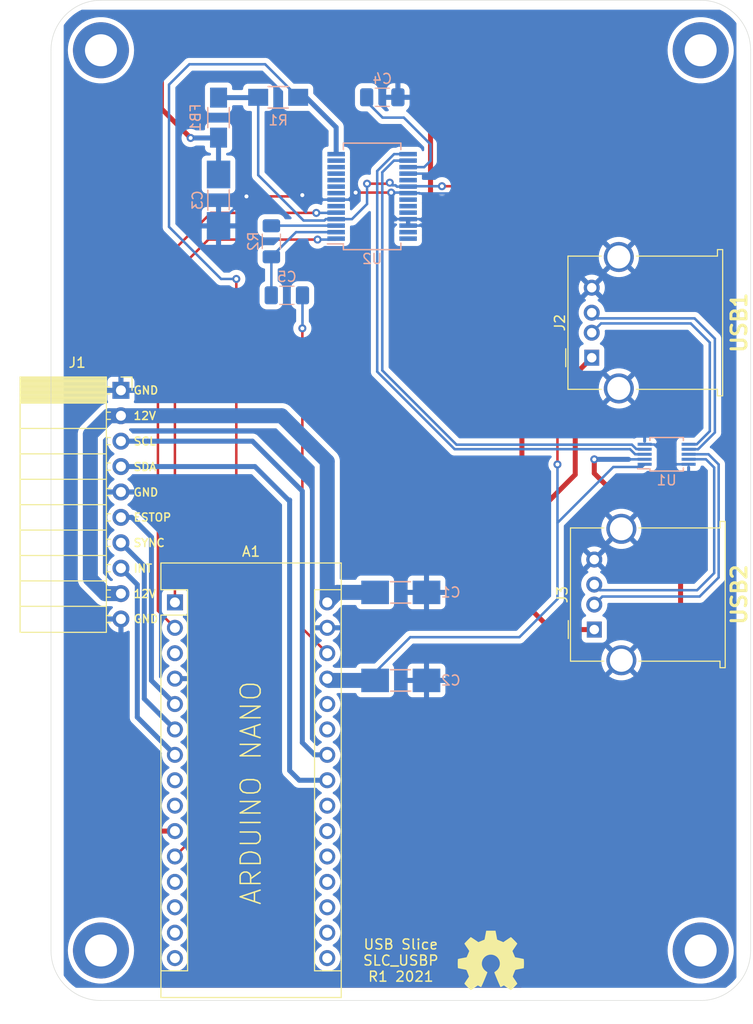
<source format=kicad_pcb>
(kicad_pcb (version 20211014) (generator pcbnew)
  (layers (0 "F.Cu" signal) (31 "B.Cu" signal) (34 "B.Paste" user) (35 "F.Paste" user) (36 "B.SilkS" user "B.Silkscreen") (37 "F.SilkS" user "F.Silkscreen") (38 "B.Mask" user) (39 "F.Mask" user) (44 "Edge.Cuts" user))
  (net 0 "")
  (net 4 "GND")
  (net 6 "+5V")
  (net 9 "/I2C_CLK")
  (net 10 "/I2C_DAT")
  (net 11 "/SYNC")
  (net 12 "/E_STOP")
  (net 16 "+12V")
  (net 17 "/INT")
  (net 20 "/RT")
  (net 21 "/TR")
  (net 27 "/RESET")
  (net 28 "/SEL")
  (net 29 "Net-(C4-Pad2)")
  (net 30 "Net-(J2-Pad3)")
  (net 31 "Net-(J2-Pad2)")
  (net 32 "Net-(J3-Pad3)")
  (net 33 "Net-(J3-Pad2)")
  (net 34 "/D-")
  (net 35 "/D+")
  (net 36 "Net-(U2-Pad3)")
  (net 40 "unconnected-(U2-Pad11)")
  (net 46 "Net-(U2-Pad2)")
  (net 47 "/PWREN")
  (net 48 "Net-(C3-Pad1)")
  (footprint "MountingHole:MountingHole_3.2mm_M3_DIN965_Pad" (layer "F.Cu") (at 127.6 44.8)
    (fp_text reference "H1" hide)
    (fp_text value "MountingHole")
    (pad "1" thru_hole circle locked (at 0 0) (size 5.6 5.6) (drill 3.2) (layers *.Cu *.Mask))
  )
  (footprint "MountingHole:MountingHole_3.2mm_M3_DIN965_Pad" (layer "F.Cu") (at 187.6 44.8)
    (fp_text reference "H2" hide)
    (fp_text value "MountingHole")
    (pad "1" thru_hole circle locked (at 0 0) (size 5.6 5.6) (drill 3.2) (layers *.Cu *.Mask))
  )
  (footprint "MountingHole:MountingHole_3.2mm_M3_DIN965_Pad" (layer "F.Cu") (at 127.6 134.8)
    (fp_text reference "H3" hide)
    (fp_text value "MountingHole")
    (pad "1" thru_hole circle locked (at 0 0) (size 5.6 5.6) (drill 3.2) (layers *.Cu *.Mask))
  )
  (footprint "MountingHole:MountingHole_3.2mm_M3_DIN965_Pad" (layer "F.Cu") (at 187.6 134.8)
    (fp_text reference "H4" hide)
    (fp_text value "MountingHole")
    (pad "1" thru_hole circle locked (at 0 0) (size 5.6 5.6) (drill 3.2) (layers *.Cu *.Mask))
  )
  (footprint "Module:Arduino_Nano" (layer "F.Cu") (at 135 100)
    (fp_text reference "A1" (at 7.62 -5.08) (layer "F.SilkS"))
    (fp_text value "Arduino_Nano_v3.x")
    (pad "1" thru_hole rect locked (at 0 0) (size 1.6 1.6) (drill 1) (layers *.Cu *.Mask) (net 21 "/TR"))
    (pad "2" thru_hole oval locked (at 0 2.54) (size 1.6 1.6) (drill 1) (layers *.Cu *.Mask) (net 20 "/RT"))
    (pad "3" thru_hole oval locked (at 0 5.08) (size 1.6 1.6) (drill 1) (layers *.Cu *.Mask))
    (pad "4" thru_hole oval locked (at 0 7.62) (size 1.6 1.6) (drill 1) (layers *.Cu *.Mask) (net 4 "GND"))
    (pad "5" thru_hole oval locked (at 0 10.16) (size 1.6 1.6) (drill 1) (layers *.Cu *.Mask) (net 12 "/E_STOP"))
    (pad "6" thru_hole oval locked (at 0 12.7) (size 1.6 1.6) (drill 1) (layers *.Cu *.Mask) (net 17 "/INT"))
    (pad "7" thru_hole oval locked (at 0 15.24) (size 1.6 1.6) (drill 1) (layers *.Cu *.Mask) (net 11 "/SYNC"))
    (pad "8" thru_hole oval locked (at 0 17.78) (size 1.6 1.6) (drill 1) (layers *.Cu *.Mask))
    (pad "9" thru_hole oval locked (at 0 20.32) (size 1.6 1.6) (drill 1) (layers *.Cu *.Mask))
    (pad "10" thru_hole oval locked (at 0 22.86) (size 1.6 1.6) (drill 1) (layers *.Cu *.Mask) (net 28 "/SEL"))
    (pad "11" thru_hole oval locked (at 0 25.4) (size 1.6 1.6) (drill 1) (layers *.Cu *.Mask) (net 47 "/PWREN"))
    (pad "12" thru_hole oval locked (at 0 27.94) (size 1.6 1.6) (drill 1) (layers *.Cu *.Mask))
    (pad "13" thru_hole oval locked (at 0 30.48) (size 1.6 1.6) (drill 1) (layers *.Cu *.Mask))
    (pad "14" thru_hole oval locked (at 0 33.02) (size 1.6 1.6) (drill 1) (layers *.Cu *.Mask))
    (pad "15" thru_hole oval locked (at 0 35.56) (size 1.6 1.6) (drill 1) (layers *.Cu *.Mask))
    (pad "16" thru_hole oval locked (at 15.24 35.56) (size 1.6 1.6) (drill 1) (layers *.Cu *.Mask))
    (pad "17" thru_hole oval locked (at 15.24 33.02) (size 1.6 1.6) (drill 1) (layers *.Cu *.Mask))
    (pad "18" thru_hole oval locked (at 15.24 30.48) (size 1.6 1.6) (drill 1) (layers *.Cu *.Mask))
    (pad "19" thru_hole oval locked (at 15.24 27.94) (size 1.6 1.6) (drill 1) (layers *.Cu *.Mask))
    (pad "20" thru_hole oval locked (at 15.24 25.4) (size 1.6 1.6) (drill 1) (layers *.Cu *.Mask))
    (pad "21" thru_hole oval locked (at 15.24 22.86) (size 1.6 1.6) (drill 1) (layers *.Cu *.Mask))
    (pad "22" thru_hole oval locked (at 15.24 20.32) (size 1.6 1.6) (drill 1) (layers *.Cu *.Mask))
    (pad "23" thru_hole oval locked (at 15.24 17.78) (size 1.6 1.6) (drill 1) (layers *.Cu *.Mask) (net 10 "/I2C_DAT"))
    (pad "24" thru_hole oval locked (at 15.24 15.24) (size 1.6 1.6) (drill 1) (layers *.Cu *.Mask) (net 9 "/I2C_CLK"))
    (pad "25" thru_hole oval locked (at 15.24 12.7) (size 1.6 1.6) (drill 1) (layers *.Cu *.Mask))
    (pad "26" thru_hole oval locked (at 15.24 10.16) (size 1.6 1.6) (drill 1) (layers *.Cu *.Mask))
    (pad "27" thru_hole oval locked (at 15.24 7.62) (size 1.6 1.6) (drill 1) (layers *.Cu *.Mask) (net 6 "+5V"))
    (pad "28" thru_hole oval locked (at 15.24 5.08) (size 1.6 1.6) (drill 1) (layers *.Cu *.Mask) (net 27 "/RESET"))
    (pad "29" thru_hole oval locked (at 15.24 2.54) (size 1.6 1.6) (drill 1) (layers *.Cu *.Mask) (net 4 "GND"))
    (pad "30" thru_hole oval locked (at 15.24 0) (size 1.6 1.6) (drill 1) (layers *.Cu *.Mask) (net 16 "+12V"))
  )
  (footprint "Connector_PinSocket_2.54mm:PinSocket_1x10_P2.54mm_Horizontal" (layer "F.Cu") (at 129.6 78.8)
    (fp_text reference "J1" (at -4.38 -2.77) (layer "F.SilkS"))
    (fp_text value "Conn_01x10_Female")
    (pad "1" thru_hole rect locked (at 0 0) (size 1.7 1.7) (drill 1) (layers *.Cu *.Mask) (net 4 "GND"))
    (pad "2" thru_hole oval locked (at 0 2.54) (size 1.7 1.7) (drill 1) (layers *.Cu *.Mask) (net 16 "+12V"))
    (pad "3" thru_hole oval locked (at 0 5.08) (size 1.7 1.7) (drill 1) (layers *.Cu *.Mask) (net 9 "/I2C_CLK"))
    (pad "4" thru_hole oval locked (at 0 7.62) (size 1.7 1.7) (drill 1) (layers *.Cu *.Mask) (net 10 "/I2C_DAT"))
    (pad "5" thru_hole oval locked (at 0 10.16) (size 1.7 1.7) (drill 1) (layers *.Cu *.Mask) (net 4 "GND"))
    (pad "6" thru_hole oval locked (at 0 12.7) (size 1.7 1.7) (drill 1) (layers *.Cu *.Mask) (net 12 "/E_STOP"))
    (pad "7" thru_hole oval locked (at 0 15.24) (size 1.7 1.7) (drill 1) (layers *.Cu *.Mask) (net 17 "/INT"))
    (pad "8" thru_hole oval locked (at 0 17.78) (size 1.7 1.7) (drill 1) (layers *.Cu *.Mask) (net 11 "/SYNC"))
    (pad "9" thru_hole oval locked (at 0 20.32) (size 1.7 1.7) (drill 1) (layers *.Cu *.Mask) (net 16 "+12V"))
    (pad "10" thru_hole oval locked (at 0 22.86) (size 1.7 1.7) (drill 1) (layers *.Cu *.Mask) (net 4 "GND"))
  )
  (footprint "Symbol:OSHW-Symbol_6.7x6mm_SilkScreen" (layer "F.Cu") (at 166.6 135.8)
    (fp_text reference "Logo1" hide)
    (fp_text value "Logo_Open_Hardware_Small" hide)
  )
  (footprint "Connector_USB:USB_A_Molex_67643_Horizontal" (layer "F.Cu") (at 176.956 102.716 90)
    (fp_text reference "J3" (at 3.5 -3.19 90) (layer "F.SilkS"))
    (fp_text value "USB_A")
    (pad "1" thru_hole rect locked (at 0 0 90) (size 1.6 1.5) (drill 0.95) (layers *.Cu *.Mask) (net 48 "Net-(C3-Pad1)"))
    (pad "2" thru_hole circle locked (at 2.5 0 90) (size 1.6 1.6) (drill 0.95) (layers *.Cu *.Mask) (net 33 "Net-(J3-Pad2)"))
    (pad "3" thru_hole circle locked (at 4.5 0 90) (size 1.6 1.6) (drill 0.95) (layers *.Cu *.Mask) (net 32 "Net-(J3-Pad3)"))
    (pad "4" thru_hole circle locked (at 7 0 90) (size 1.6 1.6) (drill 0.95) (layers *.Cu *.Mask) (net 4 "GND"))
    (pad "5" thru_hole circle locked (at -3.07 2.71 90) (size 3 3) (drill 2.3) (layers *.Cu *.Mask) (net 4 "GND"))
    (pad "5" thru_hole circle locked (at 10.07 2.71 90) (size 3 3) (drill 2.3) (layers *.Cu *.Mask) (net 4 "GND"))
  )
  (footprint "Connector_USB:USB_A_Molex_67643_Horizontal" (layer "F.Cu") (at 176.702 75.538 90)
    (fp_text reference "J2" (at 3.5 -3.19 90) (layer "F.SilkS"))
    (fp_text value "USB_A")
    (pad "1" thru_hole rect locked (at 0 0 90) (size 1.6 1.5) (drill 0.95) (layers *.Cu *.Mask) (net 48 "Net-(C3-Pad1)"))
    (pad "2" thru_hole circle locked (at 2.5 0 90) (size 1.6 1.6) (drill 0.95) (layers *.Cu *.Mask) (net 31 "Net-(J2-Pad2)"))
    (pad "3" thru_hole circle locked (at 4.5 0 90) (size 1.6 1.6) (drill 0.95) (layers *.Cu *.Mask) (net 30 "Net-(J2-Pad3)"))
    (pad "4" thru_hole circle locked (at 7 0 90) (size 1.6 1.6) (drill 0.95) (layers *.Cu *.Mask) (net 4 "GND"))
    (pad "5" thru_hole circle locked (at -3.07 2.71 90) (size 3 3) (drill 2.3) (layers *.Cu *.Mask) (net 4 "GND"))
    (pad "5" thru_hole circle locked (at 10.07 2.71 90) (size 3 3) (drill 2.3) (layers *.Cu *.Mask) (net 4 "GND"))
  )
  (footprint "OCI_UPL_FOOTPRINTS:C_2312" (layer "B.Cu") (at 157.6 107.8)
    (fp_text reference "C2" (at 5 0) (layer "B.SilkS") (effects (justify mirror)))
    (fp_text value "10uF_t")
    (pad "1" smd rect locked (at -2.57 0) (size 2.77 2.35) (layers "B.Cu" "B.Paste" "B.Mask") (net 6 "+5V"))
    (pad "2" smd rect locked (at 2.57 0) (size 2.77 2.35) (layers "B.Cu" "B.Paste" "B.Mask") (net 4 "GND"))
  )
  (footprint "OCI_UPL_FOOTPRINTS:C_2312" (layer "B.Cu") (at 157.6 99)
    (fp_text reference "C1" (at 5 0) (layer "B.SilkS") (effects (justify mirror)))
    (fp_text value "10uF_t")
    (pad "1" smd rect locked (at -2.57 0) (size 2.77 2.35) (layers "B.Cu" "B.Paste" "B.Mask") (net 16 "+12V"))
    (pad "2" smd rect locked (at 2.57 0) (size 2.77 2.35) (layers "B.Cu" "B.Paste" "B.Mask") (net 4 "GND"))
  )
  (footprint "OCI_UPL_FOOTPRINTS:C_2312" (layer "B.Cu") (at 139.364 59.79 -90)
    (fp_text reference "C3" (at 0 2.1 90) (layer "B.SilkS") (effects (justify mirror)))
    (fp_text value "10 nF")
    (pad "1" smd rect locked (at -2.57 0 270) (size 2.77 2.35) (layers "B.Cu" "B.Paste" "B.Mask") (net 48 "Net-(C3-Pad1)"))
    (pad "2" smd rect locked (at 2.57 0 270) (size 2.77 2.35) (layers "B.Cu" "B.Paste" "B.Mask") (net 4 "GND"))
  )
  (footprint "Capacitor_SMD:C_1206_3216Metric_Pad1.33x1.80mm_HandSolder" (layer "B.Cu") (at 155.747 49.503 180)
    (fp_text reference "C4" (at 0 1.85) (layer "B.SilkS") (effects (justify mirror)))
    (fp_text value "100 nF")
    (pad "1" smd roundrect (at -1.5625 0 180) (size 1.325 1.8) (layers "B.Cu" "B.Paste" "B.Mask") (roundrect_rratio 0.1886792453) (net 4 "GND"))
    (pad "2" smd roundrect (at 1.5625 0 180) (size 1.325 1.8) (layers "B.Cu" "B.Paste" "B.Mask") (roundrect_rratio 0.1886792453) (net 29 "Net-(C4-Pad2)"))
  )
  (footprint "OCI_UPL_FOOTPRINTS:R_1206_HandSoldering" (layer "B.Cu") (at 139.364 51.535 -90)
    (fp_text reference "FB1" (at 0 2.3 -90) (layer "B.SilkS") (effects (justify mirror)))
    (fp_text value "Ferrite_Bead")
    (pad "1" smd rect locked (at -2 0 270) (size 2 1.7) (layers "B.Cu" "B.Paste" "B.Mask") (net 6 "+5V"))
    (pad "2" smd rect locked (at 2 0 270) (size 2 1.7) (layers "B.Cu" "B.Paste" "B.Mask") (net 48 "Net-(C3-Pad1)"))
  )
  (footprint "OCI_UPL_FOOTPRINTS:R_1206_HandSoldering" (layer "B.Cu") (at 145.333 49.503)
    (fp_text reference "R1" (at 0 2.3) (layer "B.SilkS") (effects (justify mirror)))
    (fp_text value "10k")
    (pad "1" smd rect locked (at -2 0) (size 2 1.7) (layers "B.Cu" "B.Paste" "B.Mask") (net 6 "+5V"))
    (pad "2" smd rect locked (at 2 0) (size 2 1.7) (layers "B.Cu" "B.Paste" "B.Mask") (net 47 "/PWREN"))
  )
  (footprint "Package_SO:MSOP-10_3x3mm_P0.5mm" (layer "B.Cu") (at 184.195 85.19)
    (fp_text reference "U1" (at 0 2.6) (layer "B.SilkS") (effects (justify mirror)))
    (fp_text value "FSUSB42MUX")
    (pad "1" smd rect locked (at -2.2 1) (size 1.4 0.3) (layers "B.Cu" "B.Paste" "B.Mask") (net 6 "+5V"))
    (pad "2" smd rect locked (at -2.2 0.5) (size 1.4 0.3) (layers "B.Cu" "B.Paste" "B.Mask") (net 28 "/SEL"))
    (pad "3" smd rect locked (at -2.2 0) (size 1.4 0.3) (layers "B.Cu" "B.Paste" "B.Mask") (net 35 "/D+"))
    (pad "4" smd rect locked (at -2.2 -0.5) (size 1.4 0.3) (layers "B.Cu" "B.Paste" "B.Mask") (net 34 "/D-"))
    (pad "5" smd rect locked (at -2.2 -1) (size 1.4 0.3) (layers "B.Cu" "B.Paste" "B.Mask") (net 4 "GND"))
    (pad "6" smd rect locked (at 2.2 -1) (size 1.4 0.3) (layers "B.Cu" "B.Paste" "B.Mask") (net 31 "Net-(J2-Pad2)"))
    (pad "7" smd rect locked (at 2.2 -0.5) (size 1.4 0.3) (layers "B.Cu" "B.Paste" "B.Mask") (net 30 "Net-(J2-Pad3)"))
    (pad "8" smd rect locked (at 2.2 0) (size 1.4 0.3) (layers "B.Cu" "B.Paste" "B.Mask") (net 33 "Net-(J3-Pad2)"))
    (pad "9" smd rect locked (at 2.2 0.5) (size 1.4 0.3) (layers "B.Cu" "B.Paste" "B.Mask") (net 32 "Net-(J3-Pad3)"))
    (pad "10" smd rect locked (at 2.2 1) (size 1.4 0.3) (layers "B.Cu" "B.Paste" "B.Mask") (net 4 "GND"))
  )
  (footprint "Package_SO:SSOP-28_5.3x10.2mm_P0.65mm" (layer "B.Cu") (at 154.731 59.409)
    (fp_text reference "U2" (at 0 6.25) (layer "B.SilkS") (effects (justify mirror)))
    (fp_text value "FT232RL")
    (pad "1" smd rect locked (at -3.6 4.225) (size 1.75 0.45) (layers "B.Cu" "B.Paste" "B.Mask") (net 21 "/TR"))
    (pad "2" smd rect locked (at -3.6 3.575) (size 1.75 0.45) (layers "B.Cu" "B.Paste" "B.Mask") (net 46 "Net-(U2-Pad2)"))
    (pad "3" smd rect locked (at -3.6 2.925) (size 1.75 0.45) (layers "B.Cu" "B.Paste" "B.Mask") (net 36 "Net-(U2-Pad3)"))
    (pad "4" smd rect locked (at -3.6 2.275) (size 1.75 0.45) (layers "B.Cu" "B.Paste" "B.Mask") (net 6 "+5V"))
    (pad "5" smd rect locked (at -3.6 1.625) (size 1.75 0.45) (layers "B.Cu" "B.Paste" "B.Mask") (net 20 "/RT"))
    (pad "6" smd rect locked (at -3.6 0.975) (size 1.75 0.45) (layers "B.Cu" "B.Paste" "B.Mask"))
    (pad "7" smd rect locked (at -3.6 0.325) (size 1.75 0.45) (layers "B.Cu" "B.Paste" "B.Mask") (net 4 "GND"))
    (pad "8" smd rect locked (at -3.6 -0.325) (size 1.75 0.45) (layers "B.Cu" "B.Paste" "B.Mask"))
    (pad "9" smd rect locked (at -3.6 -0.975) (size 1.75 0.45) (layers "B.Cu" "B.Paste" "B.Mask"))
    (pad "10" smd rect locked (at -3.6 -1.625) (size 1.75 0.45) (layers "B.Cu" "B.Paste" "B.Mask"))
    (pad "11" smd rect locked (at -3.6 -2.275) (size 1.75 0.45) (layers "B.Cu" "B.Paste" "B.Mask") (net 40 "unconnected-(U2-Pad11)"))
    (pad "12" smd rect locked (at -3.6 -2.925) (size 1.75 0.45) (layers "B.Cu" "B.Paste" "B.Mask"))
    (pad "13" smd rect locked (at -3.6 -3.575) (size 1.75 0.45) (layers "B.Cu" "B.Paste" "B.Mask"))
    (pad "14" smd rect locked (at -3.6 -4.225) (size 1.75 0.45) (layers "B.Cu" "B.Paste" "B.Mask") (net 47 "/PWREN"))
    (pad "15" smd rect locked (at 3.6 -4.225) (size 1.75 0.45) (layers "B.Cu" "B.Paste" "B.Mask") (net 35 "/D+"))
    (pad "16" smd rect locked (at 3.6 -3.575) (size 1.75 0.45) (layers "B.Cu" "B.Paste" "B.Mask") (net 34 "/D-"))
    (pad "17" smd rect locked (at 3.6 -2.925) (size 1.75 0.45) (layers "B.Cu" "B.Paste" "B.Mask") (net 29 "Net-(C4-Pad2)"))
    (pad "18" smd rect locked (at 3.6 -2.275) (size 1.75 0.45) (layers "B.Cu" "B.Paste" "B.Mask") (net 4 "GND"))
    (pad "19" smd rect locked (at 3.6 -1.625) (size 1.75 0.45) (layers "B.Cu" "B.Paste" "B.Mask"))
    (pad "20" smd rect locked (at 3.6 -0.975) (size 1.75 0.45) (layers "B.Cu" "B.Paste" "B.Mask") (net 6 "+5V"))
    (pad "21" smd rect locked (at 3.6 -0.325) (size 1.75 0.45) (layers "B.Cu" "B.Paste" "B.Mask") (net 4 "GND"))
    (pad "22" smd rect locked (at 3.6 0.325) (size 1.75 0.45) (layers "B.Cu" "B.Paste" "B.Mask"))
    (pad "23" smd rect locked (at 3.6 0.975) (size 1.75 0.45) (layers "B.Cu" "B.Paste" "B.Mask"))
    (pad "24" smd rect locked (at 3.6 1.625) (size 1.75 0.45) (layers "B.Cu" "B.Paste" "B.Mask"))
    (pad "25" smd rect locked (at 3.6 2.275) (size 1.75 0.45) (layers "B.Cu" "B.Paste" "B.Mask") (net 4 "GND"))
    (pad "26" smd rect locked (at 3.6 2.925) (size 1.75 0.45) (layers "B.Cu" "B.Paste" "B.Mask") (net 4 "GND"))
    (pad "27" smd rect locked (at 3.6 3.575) (size 1.75 0.45) (layers "B.Cu" "B.Paste" "B.Mask"))
    (pad "28" smd rect locked (at 3.6 4.225) (size 1.75 0.45) (layers "B.Cu" "B.Paste" "B.Mask"))
  )
  (footprint "Capacitor_SMD:C_1206_3216Metric_Pad1.33x1.80mm_HandSolder" (layer "B.Cu") (at 146.2 69.3 180)
    (fp_text reference "C5" (at 0 1.85) (layer "B.SilkS") (effects (justify mirror)))
    (fp_text value "100nF_t")
    (pad "1" smd roundrect (at -1.5625 0 180) (size 1.325 1.8) (layers "B.Cu" "B.Paste" "B.Mask") (roundrect_rratio 0.1886792453) (net 27 "/RESET"))
    (pad "2" smd roundrect (at 1.5625 0 180) (size 1.325 1.8) (layers "B.Cu" "B.Paste" "B.Mask") (roundrect_rratio 0.1886792453) (net 46 "Net-(U2-Pad2)"))
  )
  (footprint "Resistor_SMD:R_1206_3216Metric_Pad1.30x1.75mm_HandSolder" (layer "B.Cu") (at 144.65 63.9 -90)
    (fp_text reference "R2" (at 0 1.82 90) (layer "B.SilkS") (effects (justify mirror)))
    (fp_text value "1k")
    (pad "1" smd roundrect (at -1.55 0 270) (size 1.3 1.75) (layers "B.Cu" "B.Paste" "B.Mask") (roundrect_rratio 0.1923076923) (net 36 "Net-(U2-Pad3)"))
    (pad "2" smd roundrect (at 1.55 0 270) (size 1.3 1.75) (layers "B.Cu" "B.Paste" "B.Mask") (roundrect_rratio 0.1923076923) (net 46 "Net-(U2-Pad2)"))
  )
  (gr_line (start 192.6 44.8) (end 192.6 134.8) (layer "Edge.Cuts") (width 0.05))
  (gr_arc (start 192.6 134.8) (mid 191.135534 138.335534) (end 187.6 139.8) (layer "Edge.Cuts") (width 0.05))
  (gr_line (start 122.6 134.8) (end 122.6 44.8) (layer "Edge.Cuts") (width 0.05))
  (gr_line (start 127.6 139.8) (end 187.6 139.8) (layer "Edge.Cuts") (width 0.05))
  (gr_arc (start 187.6 39.8) (mid 191.135534 41.264466) (end 192.6 44.8) (layer "Edge.Cuts") (width 0.05))
  (gr_line (start 127.6 39.8) (end 187.6 39.8) (layer "Edge.Cuts") (width 0.05))
  (gr_arc (start 127.6 139.8) (mid 124.064466 138.335534) (end 122.6 134.8) (layer "Edge.Cuts") (width 0.05))
  (gr_arc (start 122.6 44.8) (mid 124.064466 41.264466) (end 127.6 39.8) (layer "Edge.Cuts") (width 0.05))
  (gr_text "SYNC" (at 132.42381 94.05) (layer "F.SilkS") (effects (font (size 0.8 0.8))))
  (gr_text "USB1" (at 191.45 72.038001 90) (layer "F.SilkS") (effects (font (size 1.5 1.5) (thickness 0.3))))
  (gr_text "GND" (at 132.1 78.8) (layer "F.SilkS") (effects (font (size 0.8 0.8))))
  (gr_text "ESTOP" (at 132.747619 91.5) (layer "F.SilkS") (effects (font (size 0.8 0.8))))
  (gr_text "GND" (at 132.1 101.65) (layer "F.SilkS") (effects (font (size 0.8 0.8))))
  (gr_text "INT" (at 131.795238 96.6) (layer "F.SilkS") (effects (font (size 0.8 0.8))))
  (gr_text "SCL" (at 131.985715 83.9) (layer "F.SilkS") (effects (font (size 0.8 0.8))))
  (gr_text "12V" (at 131.985715 99.15) (layer "F.SilkS") (effects (font (size 0.8 0.8))))
  (gr_text "GND" (at 132.1 89) (layer "F.SilkS") (effects (font (size 0.8 0.8))))
  (gr_text "SDA" (at 132.004762 86.45) (layer "F.SilkS") (effects (font (size 0.8 0.8))))
  (gr_text "ARDUINO NANO" (at 142.61 119.05 90) (layer "F.SilkS") (effects (font (size 2 2))))
  (gr_text "USB2" (at 191.45 99.216001 90) (layer "F.SilkS") (effects (font (size 1.5 1.5) (thickness 0.3))))
  (gr_text "12V" (at 131.985715 81.35) (layer "F.SilkS") (effects (font (size 0.8 0.8))))
  (gr_text "USB Slice\nSLC_USBP\nR1 2021" (at 157.599999 135.8) (layer "F.SilkS") (effects (font (size 1 1))))
  (segment (start 153.08 59.028) (end 156.636 59.028) (width 0.25) (layer "F.Cu") (net 4))
  (segment (start 147.619 59.409) (end 147.746 59.282) (width 0.25) (layer "F.Cu") (net 4))
  (segment (start 142.158 59.409) (end 147.619 59.409) (width 0.25) (layer "F.Cu") (net 4))
  (via (at 153.08 59.028) (size 0.8) (drill 0.4) (layers "F.Cu" "B.Cu") (net 4))
  (via (at 156.636 59.028) (size 0.8) (drill 0.4) (layers "F.Cu" "B.Cu") (net 4))
  (via (at 147.746 59.282) (size 0.8) (drill 0.4) (layers "F.Cu" "B.Cu") (net 4))
  (via (at 142.158 59.409) (size 0.8) (drill 0.4) (layers "F.Cu" "B.Cu") (net 4))
  (segment (start 163.367 57.504) (end 162.997 57.134) (width 0.25) (layer "B.Cu") (net 4))
  (segment (start 151.131 59.734) (end 152.374 59.734) (width 0.25) (layer "B.Cu") (net 4))
  (segment (start 162.641999 59.118001) (end 163.367 58.393) (width 0.25) (layer "B.Cu") (net 4))
  (segment (start 158.331 59.084) (end 159.456 59.084) (width 0.25) (layer "B.Cu") (net 4))
  (segment (start 184.941 86.19) (end 186.395 86.19) (width 0.25) (layer "B.Cu") (net 4))
  (segment (start 147.746 59.282) (end 148.198 59.734) (width 0.25) (layer "B.Cu") (net 4))
  (segment (start 159.68 62.334) (end 159.811 62.203) (width 0.25) (layer "B.Cu") (net 4))
  (segment (start 163.367 58.393) (end 163.367 57.504) (width 0.25) (layer "B.Cu") (net 4))
  (segment (start 159.456 59.084) (end 159.490001 59.118001) (width 0.25) (layer "B.Cu") (net 4))
  (segment (start 159.811 61.949) (end 159.546 61.684) (width 0.25) (layer "B.Cu") (net 4))
  (segment (start 139.364 62.203) (end 142.158 59.409) (width 0.25) (layer "B.Cu") (net 4))
  (segment (start 156.636 59.028) (end 158.275 59.028) (width 0.25) (layer "B.Cu") (net 4))
  (segment (start 157.206 61.684) (end 158.331 61.684) (width 0.25) (layer "B.Cu") (net 4))
  (segment (start 158.331 62.334) (end 159.68 62.334) (width 0.25) (layer "B.Cu") (net 4))
  (segment (start 159.490001 59.118001) (end 162.641999 59.118001) (width 0.25) (layer "B.Cu") (net 4))
  (segment (start 156.636 59.028) (end 156.636 61.114) (width 0.25) (layer "B.Cu") (net 4))
  (segment (start 148.198 59.734) (end 151.131 59.734) (width 0.25) (layer "B.Cu") (net 4))
  (segment (start 181.995 84.19) (end 182.56 84.19) (width 0.25) (layer "B.Cu") (net 4))
  (segment (start 159.811 62.203) (end 159.811 61.949) (width 0.25) (layer "B.Cu") (net 4))
  (segment (start 182.584999 84.214999) (end 182.965999 84.214999) (width 0.25) (layer "B.Cu") (net 4))
  (segment (start 182.56 84.19) (end 182.584999 84.214999) (width 0.25) (layer "B.Cu") (net 4))
  (segment (start 156.636 61.114) (end 157.206 61.684) (width 0.25) (layer "B.Cu") (net 4))
  (segment (start 139.364 62.36) (end 139.364 62.203) (width 0.25) (layer "B.Cu") (net 4))
  (segment (start 158.275 59.028) (end 158.331 59.084) (width 0.25) (layer "B.Cu") (net 4))
  (segment (start 152.374 59.734) (end 153.08 59.028) (width 0.25) (layer "B.Cu") (net 4))
  (segment (start 182.965999 84.214999) (end 184.941 86.19) (width 0.25) (layer "B.Cu") (net 4))
  (segment (start 159.546 61.684) (end 158.331 61.684) (width 0.25) (layer "B.Cu") (net 4))
  (segment (start 162.997 57.134) (end 158.331 57.134) (width 0.25) (layer "B.Cu") (net 4))
  (segment (start 154.223 58.139) (end 156.393627 58.139) (width 0.25) (layer "F.Cu") (net 6))
  (segment (start 173.273 64.997) (end 166.669 58.393) (width 0.25) (layer "F.Cu") (net 6))
  (segment (start 173.273 86.206) (end 173.273 64.997) (width 0.25) (layer "F.Cu") (net 6))
  (segment (start 156.393627 58.139) (end 156.494579 58.038048) (width 0.25) (layer "F.Cu") (net 6))
  (segment (start 166.669 58.393) (end 161.716 58.393) (width 0.25) (layer "F.Cu") (net 6))
  (via (at 156.494579 58.038048) (size 0.8) (drill 0.4) (layers "F.Cu" "B.Cu") (net 6))
  (via (at 154.223 58.139) (size 0.8) (drill 0.4) (layers "F.Cu" "B.Cu") (net 6))
  (via (at 173.273 86.206) (size 0.8) (drill 0.4) (layers "F.Cu" "B.Cu") (net 6))
  (via (at 161.716 58.393) (size 0.8) (drill 0.4) (layers "F.Cu" "B.Cu") (net 6))
  (segment (start 181.725 86.46) (end 181.995 86.19) (width 0.25) (layer "B.Cu") (net 6))
  (segment (start 173.273 92.048) (end 178.861 86.46) (width 0.25) (layer "B.Cu") (net 6))
  (segment (start 158.541 103.478) (end 169.463 103.478) (width 0.25) (layer "B.Cu") (net 6))
  (segment (start 155.03 107.8) (end 150.42 107.8) (width 1.5) (layer "B.Cu") (net 6))
  (segment (start 178.861 86.46) (end 181.725 86.46) (width 0.25) (layer "B.Cu") (net 6))
  (segment (start 173.273 92.048) (end 173.273 86.206) (width 0.25) (layer "B.Cu") (net 6))
  (segment (start 155.03 106.989) (end 158.541 103.478) (width 0.25) (layer "B.Cu") (net 6))
  (segment (start 154.223 60.171) (end 154.223 58.139) (width 0.25) (layer "B.Cu") (net 6))
  (segment (start 149.957998 61.822) (end 150.095998 61.684) (width 0.25) (layer "B.Cu") (net 6))
  (segment (start 147.873 61.822) (end 149.957998 61.822) (width 0.25) (layer "B.Cu") (net 6))
  (segment (start 139.364 49.535) (end 143.301 49.535) (width 0.5) (layer "B.Cu") (net 6))
  (segment (start 150.42 107.8) (end 150.24 107.62) (width 1.5) (layer "B.Cu") (net 6))
  (segment (start 155.03 107.8) (end 155.03 106.989) (width 0.25) (layer "B.Cu") (net 6))
  (segment (start 151.131 61.684) (end 152.71 61.684) (width 0.25) (layer "B.Cu") (net 6))
  (segment (start 156.494579 58.038048) (end 156.75953 58.302999) (width 0.25) (layer "B.Cu") (net 6))
  (segment (start 157.206 58.434) (end 158.331 58.434) (width 0.25) (layer "B.Cu") (net 6))
  (segment (start 161.716 58.393) (end 158.372 58.393) (width 0.25) (layer "B.Cu") (net 6))
  (segment (start 143.333 49.503) (end 143.333 57.282) (width 0.25) (layer "B.Cu") (net 6))
  (segment (start 157.074999 58.302999) (end 157.206 58.434) (width 0.25) (layer "B.Cu") (net 6))
  (segment (start 152.71 61.684) (end 154.223 60.171) (width 0.25) (layer "B.Cu") (net 6))
  (segment (start 150.095998 61.684) (end 151.131 61.684) (width 0.25) (layer "B.Cu") (net 6))
  (segment (start 173.273 99.668) (end 173.273 92.048) (width 0.25) (layer "B.Cu") (net 6))
  (segment (start 169.463 103.478) (end 173.273 99.668) (width 0.25) (layer "B.Cu") (net 6))
  (segment (start 156.75953 58.302999) (end 157.074999 58.302999) (width 0.25) (layer "B.Cu") (net 6))
  (segment (start 143.333 57.282) (end 147.873 61.822) (width 0.25) (layer "B.Cu") (net 6))
  (segment (start 158.372 58.393) (end 158.331 58.434) (width 0.25) (layer "B.Cu") (net 6))
  (segment (start 143.301 49.535) (end 143.333 49.503) (width 0.5) (layer "B.Cu") (net 6))
  (segment (start 147.746 114.019) (end 147.746 88.873) (width 0.5) (layer "B.Cu") (net 9))
  (segment (start 147.746 88.873) (end 142.753 83.88) (width 0.5) (layer "B.Cu") (net 9))
  (segment (start 150.24 115.24) (end 148.967 115.24) (width 0.5) (layer "B.Cu") (net 9))
  (segment (start 148.967 115.24) (end 147.746 114.019) (width 0.5) (layer "B.Cu") (net 9))
  (segment (start 142.753 83.88) (end 129.6 83.88) (width 0.5) (layer "B.Cu") (net 9))
  (segment (start 150.24 117.78) (end 147.443 117.78) (width 0.5) (layer "B.Cu") (net 10))
  (segment (start 146.349 89.762) (end 143.007 86.42) (width 0.5) (layer "B.Cu") (net 10))
  (segment (start 147.443 117.78) (end 146.476 116.813) (width 0.5) (layer "B.Cu") (net 10))
  (segment (start 146.476 116.813) (end 146.476 89.762) (width 0.5) (layer "B.Cu") (net 10))
  (segment (start 143.007 86.42) (end 129.6 86.42) (width 0.5) (layer "B.Cu") (net 10))
  (segment (start 146.476 89.762) (end 146.349 89.762) (width 0.5) (layer "B.Cu") (net 10))
  (segment (start 131.236 111.476) (end 131.236 98.216) (width 0.5) (layer "B.Cu") (net 11))
  (segment (start 135 115.24) (end 131.236 111.476) (width 0.5) (layer "B.Cu") (net 11))
  (segment (start 131.236 98.216) (end 129.6 96.58) (width 0.5) (layer "B.Cu") (net 11))
  (segment (start 135 110.16) (end 132.65 107.81) (width 0.5) (layer "B.Cu") (net 12))
  (segment (start 130.688 91.5) (end 129.6 91.5) (width 0.5) (layer "B.Cu") (net 12))
  (segment (start 132.65 93.462) (end 130.688 91.5) (width 0.5) (layer "B.Cu") (net 12))
  (segment (start 132.65 107.81) (end 132.65 93.462) (width 0.5) (layer "B.Cu") (net 12))
  (segment (start 129.6 81.34) (end 145.674 81.34) (width 1.5) (layer "B.Cu") (net 16))
  (segment (start 151.24 99) (end 150.24 100) (width 1.5) (layer "B.Cu") (net 16))
  (segment (start 128.397919 81.34) (end 129.6 81.34) (width 1.5) (layer "B.Cu") (net 16))
  (segment (start 150.24 85.906) (end 150.24 100) (width 1.5) (layer "B.Cu") (net 16))
  (segment (start 126.537 97.636) (end 126.537 83.200919) (width 1.5) (layer "B.Cu") (net 16))
  (segment (start 155.03 99) (end 151.24 99) (width 1.5) (layer "B.Cu") (net 16))
  (segment (start 126.537 83.200919) (end 128.397919 81.34) (width 1.5) (layer "B.Cu") (net 16))
  (segment (start 145.674 81.34) (end 150.24 85.906) (width 1.5) (layer "B.Cu") (net 16))
  (segment (start 128.021 99.12) (end 126.537 97.636) (width 1.5) (layer "B.Cu") (net 16))
  (segment (start 129.6 99.12) (end 128.021 99.12) (width 1.5) (layer "B.Cu") (net 16))
  (segment (start 135 112.7) (end 131.93552 109.63552) (width 0.5) (layer "B.Cu") (net 17))
  (segment (start 131.93552 109.63552) (end 131.93552 96.37552) (width 0.5) (layer "B.Cu") (net 17))
  (segment (start 131.93552 96.37552) (end 129.6 94.04) (width 0.5) (layer "B.Cu") (net 17))
  (segment (start 149.143 61.06) (end 138.602 61.06) (width 0.25) (layer "F.Cu") (net 20))
  (segment (start 133.3 66.362) (end 133.3 100.84) (width 0.25) (layer "F.Cu") (net 20))
  (segment (start 133.3 100.84) (end 135 102.54) (width 0.25) (layer "F.Cu") (net 20))
  (segment (start 138.602 61.06) (end 133.3 66.362) (width 0.25) (layer "F.Cu") (net 20))
  (via (at 149.143 61.06) (size 0.8) (drill 0.4) (layers "F.Cu" "B.Cu") (net 20))
  (segment (start 149.143 61.06) (end 151.105 61.06) (width 0.25) (layer "B.Cu") (net 20))
  (segment (start 151.105 61.06) (end 151.131 61.034) (width 0.25) (layer "B.Cu") (net 20))
  (segment (start 138.347002 63.727) (end 149.27 63.727) (width 0.25) (layer "F.Cu") (net 21))
  (segment (start 135 67.074002) (end 138.347002 63.727) (width 0.25) (layer "F.Cu") (net 21))
  (segment (start 135 100) (end 135 67.074002) (width 0.25) (layer "F.Cu") (net 21))
  (via (at 149.27 63.727) (size 0.8) (drill 0.4) (layers "F.Cu" "B.Cu") (net 21))
  (segment (start 151.038 63.727) (end 151.131 63.634) (width 0.25) (layer "B.Cu") (net 21))
  (segment (start 149.27 63.727) (end 151.038 63.727) (width 0.25) (layer "B.Cu") (net 21))
  (segment (start 147.75 102.59) (end 150.24 105.08) (width 0.25) (layer "F.Cu") (net 27))
  (segment (start 147.75 72.6) (end 147.75 102.59) (width 0.25) (layer "F.Cu") (net 27))
  (via (at 147.75 72.6) (size 0.8) (drill 0.4) (layers "F.Cu" "B.Cu") (net 27))
  (segment (start 147.7625 69.3) (end 147.7625 72.5875) (width 0.25) (layer "B.Cu") (net 27))
  (segment (start 147.7625 72.5875) (end 147.75 72.6) (width 0.25) (layer "B.Cu") (net 27))
  (segment (start 185.592 92.048) (end 185.592 122.274) (width 0.5) (layer "F.Cu") (net 28))
  (segment (start 178.099 88.238) (end 181.782 88.238) (width 0.5) (layer "F.Cu") (net 28))
  (segment (start 131.744 136.117) (end 131.744 123.925) (width 0.5) (layer "F.Cu") (net 28))
  (segment (start 185.592 122.274) (end 169.59 138.276) (width 0.5) (layer "F.Cu") (net 28))
  (segment (start 131.744 123.925) (end 132.809 122.86) (width 0.5) (layer "F.Cu") (net 28))
  (segment (start 133.903 138.276) (end 131.744 136.117) (width 0.5) (layer "F.Cu") (net 28))
  (segment (start 132.809 122.86) (end 135 122.86) (width 0.5) (layer "F.Cu") (net 28))
  (segment (start 169.59 138.276) (end 133.903 138.276) (width 0.5) (layer "F.Cu") (net 28))
  (segment (start 176.956 85.698) (end 176.956 87.095) (width 0.5) (layer "F.Cu") (net 28))
  (segment (start 176.956 87.095) (end 178.099 88.238) (width 0.5) (layer "F.Cu") (net 28))
  (segment (start 181.782 88.238) (end 185.592 92.048) (width 0.5) (layer "F.Cu") (net 28))
  (via (at 176.956 85.698) (size 0.8) (drill 0.4) (layers "F.Cu" "B.Cu") (net 28))
  (segment (start 181.987 85.698) (end 181.995 85.69) (width 0.25) (layer "B.Cu") (net 28))
  (segment (start 180.385 85.698) (end 181.987 85.698) (width 0.25) (layer "B.Cu") (net 28))
  (segment (start 176.956 85.698) (end 180.385 85.698) (width 0.5) (layer "B.Cu") (net 28))
  (segment (start 155.779 51.535) (end 153.747 49.503) (width 0.25) (layer "B.Cu") (net 29))
  (segment (start 159.942 56.484) (end 160.573 55.853) (width 0.25) (layer "B.Cu") (net 29))
  (segment (start 160.573 54.202) (end 157.906 51.535) (width 0.25) (layer "B.Cu") (net 29))
  (segment (start 158.331 56.484) (end 159.942 56.484) (width 0.25) (layer "B.Cu") (net 29))
  (segment (start 157.906 51.535) (end 155.779 51.535) (width 0.25) (layer "B.Cu") (net 29))
  (segment (start 160.573 55.853) (end 160.573 54.202) (width 0.25) (layer "B.Cu") (net 29))
  (segment (start 189.021 83.014) (end 189.021 73.633) (width 0.25) (layer "B.Cu") (net 30))
  (segment (start 177.265 71.601) (end 176.702 71.038) (width 0.25) (layer "B.Cu") (net 30))
  (segment (start 186.395 84.69) (end 187.345 84.69) (width 0.25) (layer "B.Cu") (net 30))
  (segment (start 186.989 71.601) (end 189.021 73.633) (width 0.25) (layer "B.Cu") (net 30))
  (segment (start 187.345 84.69) (end 189.021 83.014) (width 0.25) (layer "B.Cu") (net 30))
  (segment (start 186.989 71.601) (end 177.265 71.601) (width 0.25) (layer "B.Cu") (net 30))
  (segment (start 177.631 72.109) (end 176.702 73.038) (width 0.25) (layer "B.Cu") (net 31))
  (segment (start 186.395 84.19) (end 187.20859 84.19) (width 0.25) (layer "B.Cu") (net 31))
  (segment (start 188.513 74.014) (end 186.608 72.109) (width 0.25) (layer "B.Cu") (net 31))
  (segment (start 186.608 72.109) (end 177.631 72.109) (width 0.25) (layer "B.Cu") (net 31))
  (segment (start 187.20859 84.19) (end 188.513 82.88559) (width 0.25) (layer "B.Cu") (net 31))
  (segment (start 188.513 82.88559) (end 188.513 74.014) (width 0.25) (layer "B.Cu") (net 31))
  (segment (start 188.95199 86.51799) (end 188.95199 97.07001) (width 0.25) (layer "B.Cu") (net 32))
  (segment (start 188.124 85.69) (end 188.95199 86.51799) (width 0.25) (layer "B.Cu") (net 32))
  (segment (start 187.243 98.779) (end 177.519 98.779) (width 0.25) (layer "B.Cu") (net 32))
  (segment (start 186.395 85.69) (end 188.124 85.69) (width 0.25) (layer "B.Cu") (net 32))
  (segment (start 188.95199 97.07001) (end 187.243 98.779) (width 0.25) (layer "B.Cu") (net 32))
  (segment (start 177.519 98.779) (end 176.956 98.216) (width 0.25) (layer "B.Cu") (net 32))
  (segment (start 189.402 97.509) (end 187.497 99.414) (width 0.25) (layer "B.Cu") (net 33))
  (segment (start 186.395 85.19) (end 188.386 85.19) (width 0.25) (layer "B.Cu") (net 33))
  (segment (start 187.497 99.414) (end 177.758 99.414) (width 0.25) (layer "B.Cu") (net 33))
  (segment (start 188.386 85.19) (end 189.402 86.206) (width 0.25) (layer "B.Cu") (net 33))
  (segment (start 177.758 99.414) (end 176.956 100.216) (width 0.25) (layer "B.Cu") (net 33))
  (segment (start 189.402 86.206) (end 189.402 97.509) (width 0.25) (layer "B.Cu") (net 33))
  (segment (start 181.79 84.69) (end 181.765001 84.665001) (width 0.25) (layer "B.Cu") (net 34))
  (segment (start 155.747 56.99741) (end 156.91041 55.834) (width 0.25) (layer "B.Cu") (net 34))
  (segment (start 181.995 84.69) (end 181.79 84.69) (width 0.25) (layer "B.Cu") (net 34))
  (segment (start 180.7234 84.23199) (end 163.1724 84.23199) (width 0.25) (layer "B.Cu") (net 34))
  (segment (start 181.156411 84.665001) (end 180.7234 84.23199) (width 0.25) (layer "B.Cu") (net 34))
  (segment (start 163.1724 84.23199) (end 155.747 76.80659) (width 0.25) (layer "B.Cu") (net 34))
  (segment (start 181.765001 84.665001) (end 181.156411 84.665001) (width 0.25) (layer "B.Cu") (net 34))
  (segment (start 156.91041 55.834) (end 158.331 55.834) (width 0.25) (layer "B.Cu") (net 34))
  (segment (start 155.747 76.80659) (end 155.747 56.99741) (width 0.25) (layer "B.Cu") (net 34))
  (segment (start 162.986 84.682) (end 155.239 76.935) (width 0.25) (layer "B.Cu") (net 35))
  (segment (start 155.239 76.935) (end 155.239 56.869) (width 0.25) (layer "B.Cu") (net 35))
  (segment (start 181.995 85.19) (end 181.045 85.19) (width 0.25) (layer "B.Cu") (net 35))
  (segment (start 181.045 85.19) (end 180.537 84.682) (width 0.25) (layer "B.Cu") (net 35))
  (segment (start 180.537 84.682) (end 162.986 84.682) (width 0.25) (layer "B.Cu") (net 35))
  (segment (start 156.924 55.184) (end 158.331 55.184) (width 0.25) (layer "B.Cu") (net 35))
  (segment (start 155.239 56.869) (end 156.924 55.184) (width 0.25) (layer "B.Cu") (net 35))
  (segment (start 144.666 62.334) (end 144.65 62.35) (width 0.25) (layer "B.Cu") (net 36))
  (segment (start 151.131 62.334) (end 144.666 62.334) (width 0.25) (layer "B.Cu") (net 36))
  (segment (start 151.12 57.123) (end 151.131 57.134) (width 0.25) (layer "B.Cu") (net 40))
  (segment (start 144.65 69.2875) (end 144.6375 69.3) (width 0.25) (layer "B.Cu") (net 46))
  (segment (start 144.65 65.45) (end 144.65 69.2875) (width 0.25) (layer "B.Cu") (net 46))
  (segment (start 151.131 62.984) (end 147.116 62.984) (width 0.25) (layer "B.Cu") (net 46))
  (segment (start 147.116 62.984) (end 144.65 65.45) (width 0.25) (layer "B.Cu") (net 46))
  (segment (start 141.142 119.258) (end 141.142 67.664) (width 0.25) (layer "F.Cu") (net 47))
  (segment (start 135 125.4) (end 141.142 119.258) (width 0.25) (layer "F.Cu") (net 47))
  (via (at 141.142 67.664) (size 0.8) (drill 0.4) (layers "F.Cu" "B.Cu") (net 47))
  (segment (start 141.142 67.664) (end 139.618 67.664) (width 0.25) (layer "B.Cu") (net 47))
  (segment (start 136.443 46.201) (end 144.031 46.201) (width 0.25) (layer "B.Cu") (net 47))
  (segment (start 144.031 46.201) (end 147.333 49.503) (width 0.25) (layer "B.Cu") (net 47))
  (segment (start 151.131 52.507) (end 151.131 55.158999) (width 0.5) (layer "B.Cu") (net 47))
  (segment (start 147.333 49.503) (end 148.127 49.503) (width 0.5) (layer "B.Cu") (net 47))
  (segment (start 139.618 67.664) (end 134.411 62.457) (width 0.25) (layer "B.Cu") (net 47))
  (segment (start 134.411 62.457) (end 134.411 48.233) (width 0.25) (layer "B.Cu") (net 47))
  (segment (start 134.411 48.233) (end 136.443 46.201) (width 0.25) (layer "B.Cu") (net 47))
  (segment (start 148.127 49.503) (end 151.131 52.507) (width 0.5) (layer "B.Cu") (net 47))
  (segment (start 160.573 48.106) (end 157.398 44.931) (width 0.5) (layer "F.Cu") (net 48))
  (segment (start 157.398 44.931) (end 135.554 44.931) (width 0.5) (layer "F.Cu") (net 48))
  (segment (start 175.051 77.189) (end 176.702 75.538) (width 0.5) (layer "F.Cu") (net 48))
  (segment (start 133.649 46.836) (end 133.649 50.646) (width 0.5) (layer "F.Cu") (net 48))
  (segment (start 169.717 92.556) (end 169.717 69.061) (width 0.5) (layer "F.Cu") (net 48))
  (segment (start 169.717 99.795) (end 169.717 92.556) (width 0.5) (layer "F.Cu") (net 48))
  (segment (start 169.717 92.556) (end 175.051 87.222) (width 0.5) (layer "F.Cu") (net 48))
  (segment (start 135.554 44.931) (end 133.649 46.836) (width 0.5) (layer "F.Cu") (net 48))
  (segment (start 160.573 59.917) (end 160.573 48.106) (width 0.5) (layer "F.Cu") (net 48))
  (segment (start 169.717 69.061) (end 160.573 59.917) (width 0.5) (layer "F.Cu") (net 48))
  (segment (start 133.649 50.646) (end 136.57 53.567) (width 0.5) (layer "F.Cu") (net 48))
  (segment (start 172.638 102.716) (end 169.717 99.795) (width 0.5) (layer "F.Cu") (net 48))
  (segment (start 176.956 102.716) (end 172.638 102.716) (width 0.5) (layer "F.Cu") (net 48))
  (segment (start 175.051 87.222) (end 175.051 77.189) (width 0.5) (layer "F.Cu") (net 48))
  (via (at 136.57 53.567) (size 0.8) (drill 0.4) (layers "F.Cu" "B.Cu") (net 48))
  (segment (start 139.364 57.22) (end 139.364 53.535) (width 0.5) (layer "B.Cu") (net 48))
  (segment (start 136.57 53.567) (end 139.332 53.567) (width 0.5) (layer "B.Cu") (net 48))
  (segment (start 139.332 53.567) (end 139.364 53.535) (width 0.5) (layer "B.Cu") (net 48))
  (zone (net 4) (net_name "GND") (layer "B.Cu") (connect_pads (clearance 0.508)) (min_thickness 0.254) (fill yes (thermal_gap 0.508) (thermal_bridge_width 0.508))
    (polygon (pts (xy 191.18 138.53) (xy 123.87 138.53) (xy 123.87 40.74) (xy 191.18 40.74)))
  )
)
</source>
